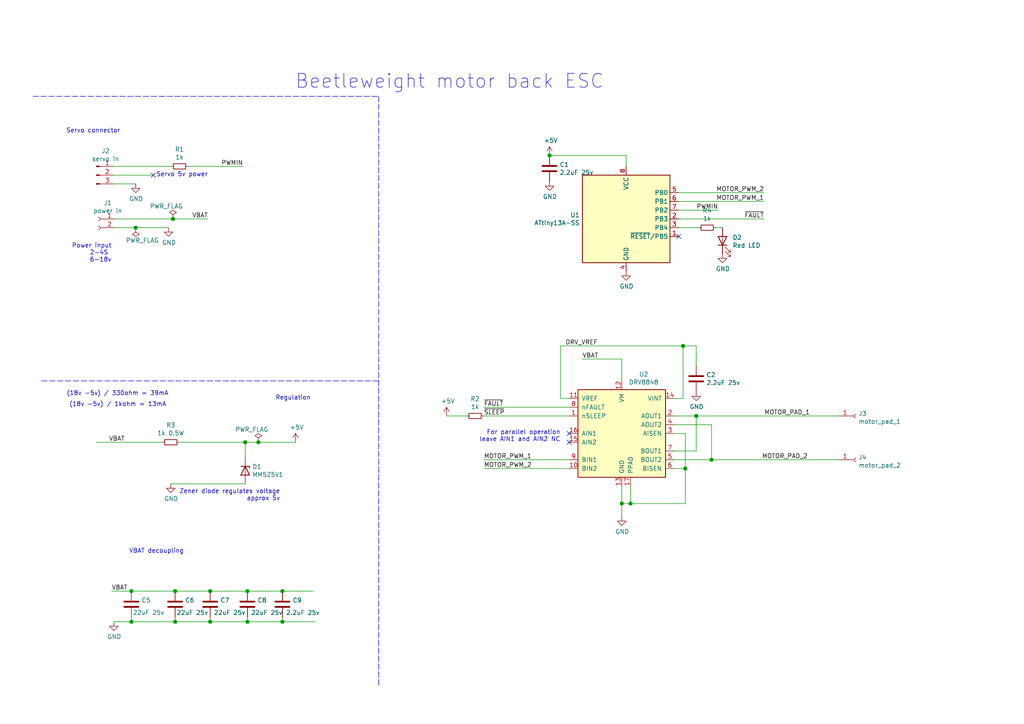
<source format=kicad_sch>
(kicad_sch (version 20201015) (generator eeschema)
  (page 1 1)
  (paper "A4")
  (title_block (title "Beetle Motor Back ESC") (date "2020-05-21"))
  (lib_symbols
    (symbol "Connector:Conn_01x01_Female" (pin_names (offset 1.016) hide)
      (property "Reference" "J" (at 0 2.54 0))
      (property "Value" "Conn_01x01_Female" (at 0 -2.54 0))
      (symbol "Conn_01x01_Female_1_1"
        (arc (start 0 0.508) (end 0 -0.508) (radius (at 0 0) (length 0.508) (angles 90.1 -90.1)) (stroke (width 0.1524)))
        (polyline (pts (xy -1.27 0) (xy -0.508 0)) (stroke (width 0.1524)))
        (pin passive line (at -5.08 0 0) (length 3.81) (name "Pin_1") (number "1"))
      )
    )
    (symbol "Connector:Conn_01x02_Female" (pin_names (offset 1.016) hide)
      (property "Reference" "J" (at 0 2.54 0))
      (property "Value" "Conn_01x02_Female" (at 0 -5.08 0))
      (symbol "Conn_01x02_Female_1_1"
        (arc (start 0 -2.032) (end 0 -3.048) (radius (at 0 -2.54) (length 0.508) (angles 90.1 -90.1)) (stroke (width 0.1524)))
        (arc (start 0 0.508) (end 0 -0.508) (radius (at 0 0) (length 0.508) (angles 90.1 -90.1)) (stroke (width 0.1524)))
        (polyline (pts (xy -1.27 -2.54) (xy -0.508 -2.54)) (stroke (width 0.1524)))
        (polyline (pts (xy -1.27 0) (xy -0.508 0)) (stroke (width 0.1524)))
        (pin passive line (at -5.08 0 0) (length 3.81) (name "Pin_1") (number "1"))
        (pin passive line (at -5.08 -2.54 0) (length 3.81) (name "Pin_2") (number "2"))
      )
    )
    (symbol "Connector:Conn_01x03_Male" (pin_names (offset 1.016) hide)
      (property "Reference" "J" (at 0 5.08 0))
      (property "Value" "Conn_01x03_Male" (at 0 -5.08 0))
      (symbol "Conn_01x03_Male_1_1"
        (rectangle (start 0.8636 -2.413) (end 0 -2.667) (stroke (width 0.1524)) (fill (type outline)))
        (rectangle (start 0.8636 0.127) (end 0 -0.127) (stroke (width 0.1524)) (fill (type outline)))
        (rectangle (start 0.8636 2.667) (end 0 2.413) (stroke (width 0.1524)) (fill (type outline)))
        (polyline (pts (xy 1.27 -2.54) (xy 0.8636 -2.54)) (stroke (width 0.1524)))
        (polyline (pts (xy 1.27 0) (xy 0.8636 0)) (stroke (width 0.1524)))
        (polyline (pts (xy 1.27 2.54) (xy 0.8636 2.54)) (stroke (width 0.1524)))
        (pin passive line (at 5.08 2.54 180) (length 3.81) (name "Pin_1") (number "1"))
        (pin passive line (at 5.08 0 180) (length 3.81) (name "Pin_2") (number "2"))
        (pin passive line (at 5.08 -2.54 180) (length 3.81) (name "Pin_3") (number "3"))
      )
    )
    (symbol "Device:C" (pin_numbers hide) (pin_names (offset 0.254))
      (property "Reference" "C" (at 0.635 2.54 0))
      (property "Value" "C" (at 0.635 -2.54 0))
      (symbol "C_0_1"
        (polyline (pts (xy -2.032 -0.762) (xy 2.032 -0.762)) (stroke (width 0.508)))
        (polyline (pts (xy -2.032 0.762) (xy 2.032 0.762)) (stroke (width 0.508)))
      )
      (symbol "C_1_1"
        (pin passive line (at 0 3.81 270) (length 2.794) (name "~") (number "1"))
        (pin passive line (at 0 -3.81 90) (length 2.794) (name "~") (number "2"))
      )
    )
    (symbol "Device:D_Zener" (pin_numbers hide) (pin_names (offset 1.016) hide)
      (property "Reference" "D" (at 0 2.54 0))
      (property "Value" "D_Zener" (at 0 -2.54 0))
      (symbol "D_Zener_0_1"
        (polyline (pts (xy 1.27 0) (xy -1.27 0)))
        (polyline (pts (xy -1.27 -1.27) (xy -1.27 1.27) (xy -0.762 1.27)) (stroke (width 0.254)))
        (polyline (pts (xy 1.27 -1.27) (xy 1.27 1.27) (xy -1.27 0) (xy 1.27 -1.27)) (stroke (width 0.254)))
      )
      (symbol "D_Zener_1_1"
        (pin passive line (at -3.81 0 0) (length 2.54) (name "K") (number "1"))
        (pin passive line (at 3.81 0 180) (length 2.54) (name "A") (number "2"))
      )
    )
    (symbol "Device:LED" (pin_numbers hide) (pin_names (offset 1.016) hide)
      (property "Reference" "D" (at 0 2.54 0))
      (property "Value" "LED" (at 0 -2.54 0))
      (symbol "LED_0_1"
        (polyline (pts (xy -1.27 -1.27) (xy -1.27 1.27)) (stroke (width 0.254)))
        (polyline (pts (xy -1.27 0) (xy 1.27 0)))
        (polyline (pts (xy 1.27 -1.27) (xy 1.27 1.27) (xy -1.27 0) (xy 1.27 -1.27)) (stroke (width 0.254)))
        (polyline (pts (xy -3.048 -0.762) (xy -4.572 -2.286) (xy -3.81 -2.286) (xy -4.572 -2.286) (xy -4.572 -1.524)))
        (polyline (pts (xy -1.778 -0.762) (xy -3.302 -2.286) (xy -2.54 -2.286) (xy -3.302 -2.286) (xy -3.302 -1.524)))
      )
      (symbol "LED_1_1"
        (pin passive line (at -3.81 0 0) (length 2.54) (name "K") (number "1"))
        (pin passive line (at 3.81 0 180) (length 2.54) (name "A") (number "2"))
      )
    )
    (symbol "Device:R_Small" (pin_numbers hide) (pin_names (offset 0.254) hide)
      (property "Reference" "R" (at 0.762 0.508 0))
      (property "Value" "R_Small" (at 0.762 -1.016 0))
      (symbol "R_Small_0_1"
        (rectangle (start -0.762 1.778) (end 0.762 -1.778) (stroke (width 0.2032)))
      )
      (symbol "R_Small_1_1"
        (pin passive line (at 0 2.54 270) (length 0.762) (name "~") (number "1"))
        (pin passive line (at 0 -2.54 90) (length 0.762) (name "~") (number "2"))
      )
    )
    (symbol "Driver_Motor:DRV8848" (pin_names (offset 1.016))
      (property "Reference" "U" (at -11.43 14.224 0))
      (property "Value" "DRV8848" (at 7.366 14.224 0))
      (symbol "DRV8848_0_1"
        (rectangle (start -12.7 12.7) (end 12.7 -12.7) (stroke (width 0.254)) (fill (type background)))
      )
      (symbol "DRV8848_1_1"
        (pin input line (at -15.24 5.08 0) (length 2.54) (name "nSLEEP") (number "1"))
        (pin input line (at -15.24 -10.16 0) (length 2.54) (name "BIN2") (number "10"))
        (pin input line (at -15.24 10.16 0) (length 2.54) (name "VREF") (number "11"))
        (pin power_in line (at 0 15.24 270) (length 2.54) (name "VM") (number "12"))
        (pin power_in line (at 0 -15.24 90) (length 2.54) (name "GND") (number "13"))
        (pin passive line (at 15.24 10.16 180) (length 2.54) (name "VINT") (number "14"))
        (pin input line (at -15.24 -2.54 0) (length 2.54) (name "AIN2") (number "15"))
        (pin input line (at -15.24 0 0) (length 2.54) (name "AIN1") (number "16"))
        (pin power_in line (at 2.54 -15.24 90) (length 2.54) (name "PPAD") (number "17"))
        (pin output line (at 15.24 5.08 180) (length 2.54) (name "AOUT1") (number "2"))
        (pin passive line (at 15.24 0 180) (length 2.54) (name "AISEN") (number "3"))
        (pin output line (at 15.24 2.54 180) (length 2.54) (name "AOUT2") (number "4"))
        (pin output line (at 15.24 -7.62 180) (length 2.54) (name "BOUT2") (number "5"))
        (pin passive line (at 15.24 -10.16 180) (length 2.54) (name "BISEN") (number "6"))
        (pin output line (at 15.24 -5.08 180) (length 2.54) (name "BOUT1") (number "7"))
        (pin open_collector line (at -15.24 7.62 0) (length 2.54) (name "nFAULT") (number "8"))
        (pin input line (at -15.24 -7.62 0) (length 2.54) (name "BIN1") (number "9"))
      )
    )
    (symbol "MCU_Microchip_ATtiny:ATtiny13A-SS"
      (property "Reference" "U" (at -12.7 13.97 0))
      (property "Value" "ATtiny13A-SS" (at 2.54 -13.97 0))
      (symbol "ATtiny13A-SS_0_1"
        (rectangle (start -12.7 -12.7) (end 12.7 12.7) (stroke (width 0.254)) (fill (type background)))
      )
      (symbol "ATtiny13A-SS_1_1"
        (pin bidirectional line (at 15.24 -5.08 180) (length 2.54) (name "~RESET~/PB5") (number "1"))
        (pin bidirectional line (at 15.24 0 180) (length 2.54) (name "PB3") (number "2"))
        (pin bidirectional line (at 15.24 -2.54 180) (length 2.54) (name "PB4") (number "3"))
        (pin power_in line (at 0 -15.24 90) (length 2.54) (name "GND") (number "4"))
        (pin bidirectional line (at 15.24 7.62 180) (length 2.54) (name "PB0") (number "5"))
        (pin bidirectional line (at 15.24 5.08 180) (length 2.54) (name "PB1") (number "6"))
        (pin bidirectional line (at 15.24 2.54 180) (length 2.54) (name "PB2") (number "7"))
        (pin power_in line (at 0 15.24 270) (length 2.54) (name "VCC") (number "8"))
      )
    )
    (symbol "power:+5V" (power) (pin_names (offset 0))
      (property "Value" "+5V" (at 0 3.556 0))
      (symbol "+5V_0_1"
        (polyline (pts (xy -0.762 1.27) (xy 0 2.54)))
        (polyline (pts (xy 0 0) (xy 0 2.54)))
        (polyline (pts (xy 0 2.54) (xy 0.762 1.27)))
      )
      (symbol "+5V_1_1"
        (pin power_in line (at 0 0 90) (length 0) hide (name "+5V") (number "1"))
      )
    )
    (symbol "power:GND" (power) (pin_names (offset 0))
      (property "Value" "GND" (at 0 -3.81 0))
      (symbol "GND_0_1"
        (polyline (pts (xy 0 0) (xy 0 -1.27) (xy 1.27 -1.27) (xy 0 -2.54) (xy -1.27 -1.27) (xy 0 -1.27)))
      )
      (symbol "GND_1_1"
        (pin power_in line (at 0 0 270) (length 0) hide (name "GND") (number "1"))
      )
    )
    (symbol "power:PWR_FLAG" (power) (pin_numbers hide) (pin_names (offset 0) hide)
      (property "Value" "PWR_FLAG" (at 0 3.81 0))
      (symbol "PWR_FLAG_0_1"
        (polyline (pts (xy 0 0) (xy 0 1.27) (xy -1.016 1.905) (xy 0 2.54) (xy 1.016 1.905) (xy 0 1.27)))
      )
      (symbol "PWR_FLAG_0_0"
        (pin power_out line (at 0 0 90) (length 0) (name "pwr") (number "1"))
      )
    )
  )
  (junction (at 38.1 171.45) (diameter 1.016))
  (junction (at 38.1 180.34) (diameter 1.016))
  (junction (at 39.37 66.04) (diameter 1.016))
  (junction (at 50.165 63.5) (diameter 1.016))
  (junction (at 50.8 171.45) (diameter 1.016))
  (junction (at 50.8 180.34) (diameter 1.016))
  (junction (at 60.96 171.45) (diameter 1.016))
  (junction (at 60.96 180.34) (diameter 1.016))
  (junction (at 71.12 128.27) (diameter 1.016))
  (junction (at 71.755 171.45) (diameter 1.016))
  (junction (at 71.755 180.34) (diameter 1.016))
  (junction (at 74.93 128.27) (diameter 1.016))
  (junction (at 81.915 171.45) (diameter 1.016))
  (junction (at 81.915 180.34) (diameter 1.016))
  (junction (at 159.385 45.085) (diameter 1.016))
  (junction (at 180.34 146.05) (diameter 1.016))
  (junction (at 182.88 146.05) (diameter 1.016))
  (junction (at 198.12 100.33) (diameter 1.016))
  (junction (at 198.755 135.89) (diameter 1.016))
  (junction (at 201.93 120.65) (diameter 1.016))
  (junction (at 206.375 133.35) (diameter 1.016))
  (no_connect (at 165.1 128.27))
  (no_connect (at 165.1 125.73))
  (no_connect (at 44.45 50.8))
  (no_connect (at 196.85 68.58))
  (wire (pts (xy 27.94 128.27) (xy 46.99 128.27)))
  (wire (pts (xy 32.385 171.45) (xy 38.1 171.45)))
  (wire (pts (xy 33.02 48.26) (xy 49.53 48.26)))
  (wire (pts (xy 33.02 50.8) (xy 44.45 50.8)))
  (wire (pts (xy 33.02 53.34) (xy 39.37 53.34)))
  (wire (pts (xy 33.02 180.34) (xy 38.1 180.34)))
  (wire (pts (xy 33.655 63.5) (xy 50.165 63.5)))
  (wire (pts (xy 33.655 66.04) (xy 39.37 66.04)))
  (wire (pts (xy 38.1 171.45) (xy 50.8 171.45)))
  (wire (pts (xy 38.1 179.07) (xy 38.1 180.34)))
  (wire (pts (xy 38.1 180.34) (xy 50.8 180.34)))
  (wire (pts (xy 39.37 66.04) (xy 48.895 66.04)))
  (wire (pts (xy 49.53 140.335) (xy 71.12 140.335)))
  (wire (pts (xy 50.165 63.5) (xy 60.325 63.5)))
  (wire (pts (xy 50.8 171.45) (xy 60.96 171.45)))
  (wire (pts (xy 50.8 179.07) (xy 50.8 180.34)))
  (wire (pts (xy 50.8 180.34) (xy 60.96 180.34)))
  (wire (pts (xy 52.07 128.27) (xy 71.12 128.27)))
  (wire (pts (xy 54.61 48.26) (xy 70.485 48.26)))
  (wire (pts (xy 60.96 171.45) (xy 71.755 171.45)))
  (wire (pts (xy 60.96 179.07) (xy 60.96 180.34)))
  (wire (pts (xy 60.96 180.34) (xy 71.755 180.34)))
  (wire (pts (xy 71.12 128.27) (xy 71.12 132.715)))
  (wire (pts (xy 71.12 128.27) (xy 74.93 128.27)))
  (wire (pts (xy 71.755 171.45) (xy 81.915 171.45)))
  (wire (pts (xy 71.755 179.07) (xy 71.755 180.34)))
  (wire (pts (xy 71.755 180.34) (xy 81.915 180.34)))
  (wire (pts (xy 74.93 128.27) (xy 85.725 128.27)))
  (wire (pts (xy 81.915 171.45) (xy 90.805 171.45)))
  (wire (pts (xy 81.915 179.07) (xy 81.915 180.34)))
  (wire (pts (xy 81.915 180.34) (xy 91.44 180.34)))
  (wire (pts (xy 129.54 120.65) (xy 135.255 120.65)))
  (wire (pts (xy 159.385 45.085) (xy 181.61 45.085)))
  (wire (pts (xy 162.56 100.33) (xy 198.12 100.33)))
  (wire (pts (xy 162.56 115.57) (xy 162.56 100.33)))
  (wire (pts (xy 165.1 115.57) (xy 162.56 115.57)))
  (wire (pts (xy 165.1 118.11) (xy 140.335 118.11)))
  (wire (pts (xy 165.1 120.65) (xy 140.335 120.65)))
  (wire (pts (xy 165.1 133.35) (xy 140.335 133.35)))
  (wire (pts (xy 165.1 135.89) (xy 140.335 135.89)))
  (wire (pts (xy 168.91 104.14) (xy 180.34 104.14)))
  (wire (pts (xy 180.34 110.49) (xy 180.34 104.14)))
  (wire (pts (xy 180.34 140.97) (xy 180.34 146.05)))
  (wire (pts (xy 180.34 146.05) (xy 180.34 149.86)))
  (wire (pts (xy 180.34 146.05) (xy 182.88 146.05)))
  (wire (pts (xy 181.61 45.085) (xy 181.61 48.26)))
  (wire (pts (xy 182.88 140.97) (xy 182.88 146.05)))
  (wire (pts (xy 195.58 115.57) (xy 198.12 115.57)))
  (wire (pts (xy 195.58 120.65) (xy 201.93 120.65)))
  (wire (pts (xy 195.58 123.19) (xy 206.375 123.19)))
  (wire (pts (xy 195.58 125.73) (xy 198.755 125.73)))
  (wire (pts (xy 195.58 130.81) (xy 201.93 130.81)))
  (wire (pts (xy 195.58 133.35) (xy 206.375 133.35)))
  (wire (pts (xy 195.58 135.89) (xy 198.755 135.89)))
  (wire (pts (xy 196.85 55.88) (xy 221.615 55.88)))
  (wire (pts (xy 196.85 58.42) (xy 221.615 58.42)))
  (wire (pts (xy 196.85 60.96) (xy 208.28 60.96)))
  (wire (pts (xy 196.85 63.5) (xy 221.615 63.5)))
  (wire (pts (xy 196.85 66.04) (xy 202.565 66.04)))
  (wire (pts (xy 198.12 100.33) (xy 198.12 115.57)))
  (wire (pts (xy 198.12 100.33) (xy 201.93 100.33)))
  (wire (pts (xy 198.755 125.73) (xy 198.755 135.89)))
  (wire (pts (xy 198.755 135.89) (xy 198.755 146.05)))
  (wire (pts (xy 198.755 146.05) (xy 182.88 146.05)))
  (wire (pts (xy 201.93 100.33) (xy 201.93 106.045)))
  (wire (pts (xy 201.93 120.65) (xy 201.93 130.81)))
  (wire (pts (xy 201.93 120.65) (xy 243.205 120.65)))
  (wire (pts (xy 206.375 123.19) (xy 206.375 133.35)))
  (wire (pts (xy 206.375 133.35) (xy 243.205 133.35)))
  (wire (pts (xy 207.645 66.04) (xy 209.55 66.04)))
  (polyline (pts (xy 9.525 27.94) (xy 109.855 27.94)) (stroke (width 0) (type dash)))
  (polyline (pts (xy 12.065 110.49) (xy 109.855 110.49)) (stroke (width 0) (type dash)))
  (polyline (pts (xy 109.855 27.94) (xy 109.855 198.755)) (stroke (width 0) (type dash)))
  (polyline (pts (xy 109.855 198.755) (xy 109.855 110.49)) (stroke (width 0) (type dash)))
  (text "Power input\n2-4S \n6-18v" (at 32.385 76.2 180) (effects (font (size 1.27 1.27)) (justify right bottom)))
  (text "Servo connector" (at 34.925 38.735 180) (effects (font (size 1.27 1.27)) (justify right bottom)))
  (text "(18v -5v) / 1kohm = 13mA" (at 48.26 118.11 180) (effects (font (size 1.27 1.27)) (justify right bottom)))
  (text "(18v -5v) / 330ohm = 39mA" (at 48.895 114.935 180) (effects (font (size 1.27 1.27)) (justify right bottom)))
  (text "VBAT decoupling\n" (at 53.34 160.655 180) (effects (font (size 1.27 1.27)) (justify right bottom)))
  (text "Servo 5v power" (at 60.325 51.435 180) (effects (font (size 1.27 1.27)) (justify right bottom)))
  (text "Zener diode regulates voltage\napprox 5v" (at 81.28 145.415 180) (effects (font (size 1.27 1.27)) (justify right bottom)))
  (text "Regulation" (at 90.17 116.205 180) (effects (font (size 1.27 1.27)) (justify right bottom)))
  (text "For parallel operation\nleave AIN1 and AIN2 NC" (at 162.56 128.27 180) (effects (font (size 1.27 1.27)) (justify right bottom)))
  (text "Beetleweight motor back ESC" (at 175.26 26.035 180) (effects (font (size 4 4)) (justify right bottom)))
  (label "VBAT" (at 32.385 171.45 0))
  (label "VBAT" (at 36.195 128.27 180))
  (label "VBAT" (at 60.325 63.5 180))
  (label "PWMIN" (at 70.485 48.26 180))
  (label "~FAULT" (at 140.335 118.11 0))
  (label "~SLEEP" (at 140.335 120.65 0))
  (label "MOTOR_PWM_1" (at 140.335 133.35 0))
  (label "MOTOR_PWM_2" (at 140.335 135.89 0))
  (label "VBAT" (at 168.91 104.14 0))
  (label "DRV_VREF" (at 173.355 100.33 180))
  (label "PWMIN" (at 208.28 60.96 180))
  (label "MOTOR_PWM_2" (at 221.615 55.88 180))
  (label "MOTOR_PWM_1" (at 221.615 58.42 180))
  (label "~FAULT" (at 221.615 63.5 180))
  (label "MOTOR_PAD_2" (at 234.315 133.35 180))
  (label "MOTOR_PAD_1" (at 234.95 120.65 180))
  (symbol (lib_id "power:PWR_FLAG") (at 39.37 66.04 180) (unit 1)
    (property "Reference" "#FLG01" (effects hide))
    (property "Value" "PWR_FLAG" (at 41.275 69.7294 0))
  )
  (symbol (lib_id "power:PWR_FLAG") (at 50.165 63.5 0) (unit 1)
    (property "Reference" "#FLG0101" (effects hide))
    (property "Value" "PWR_FLAG" (at 48.26 59.8106 0))
  )
  (symbol (lib_id "power:PWR_FLAG") (at 74.93 128.27 0) (unit 1)
    (property "Reference" "#FLG0102" (effects hide))
    (property "Value" "PWR_FLAG" (at 73.025 124.5806 0))
  )
  (symbol (lib_id "power:+5V") (at 85.725 128.27 0) (unit 1)
    (property "Reference" "#PWR0101" (effects hide))
    (property "Value" "+5V" (at 86.0933 123.9456 0))
  )
  (symbol (lib_id "power:+5V") (at 129.54 120.65 0) (unit 1)
    (property "Reference" "#PWR07" (effects hide))
    (property "Value" "+5V" (at 129.9083 116.3256 0))
  )
  (symbol (lib_id "power:+5V") (at 159.385 45.085 0) (unit 1)
    (property "Reference" "#PWR01" (effects hide))
    (property "Value" "+5V" (at 159.7533 40.7606 0))
  )
  (symbol (lib_id "power:GND") (at 33.02 180.34 0) (unit 1)
    (property "Reference" "#PWR011" (effects hide))
    (property "Value" "GND" (at 33.1343 184.6644 0))
  )
  (symbol (lib_id "power:GND") (at 39.37 53.34 0) (unit 1)
    (property "Reference" "#PWR03" (effects hide))
    (property "Value" "GND" (at 39.4843 57.6644 0))
  )
  (symbol (lib_id "power:GND") (at 48.895 66.04 0) (unit 1)
    (property "Reference" "#PWR04" (effects hide))
    (property "Value" "GND" (at 49.0093 70.3644 0))
  )
  (symbol (lib_id "power:GND") (at 49.53 140.335 0) (unit 1)
    (property "Reference" "#PWR09" (effects hide))
    (property "Value" "GND" (at 49.6443 144.6594 0))
  )
  (symbol (lib_id "power:GND") (at 159.385 52.705 0) (unit 1)
    (property "Reference" "#PWR02" (effects hide))
    (property "Value" "GND" (at 159.4993 57.0294 0))
  )
  (symbol (lib_id "power:GND") (at 180.34 149.86 0) (unit 1)
    (property "Reference" "#PWR010" (effects hide))
    (property "Value" "GND" (at 180.4543 154.1844 0))
  )
  (symbol (lib_id "power:GND") (at 181.61 78.74 0) (unit 1)
    (property "Reference" "#PWR05" (effects hide))
    (property "Value" "GND" (at 181.7243 83.0644 0))
  )
  (symbol (lib_id "power:GND") (at 201.93 113.665 0) (unit 1)
    (property "Reference" "#PWR06" (effects hide))
    (property "Value" "GND" (at 202.0443 117.9894 0))
  )
  (symbol (lib_id "power:GND") (at 209.55 73.66 0) (unit 1)
    (property "Reference" "#PWR08" (effects hide))
    (property "Value" "GND" (at 209.6643 77.9844 0))
  )
  (symbol (lib_id "Device:R_Small") (at 49.53 128.27 90) (unit 1)
    (property "Reference" "R3" (at 49.53 123.3232 90))
    (property "Value" "1k 0.5W" (at 49.53 125.622 90))
    (property "Footprint" "Capacitor_SMD:C_0805_2012Metric" (effects hide))
  )
  (symbol (lib_id "Device:R_Small") (at 52.07 48.26 90) (unit 1)
    (property "Reference" "R1" (at 52.07 43.3132 90))
    (property "Value" "1k" (at 52.07 45.6119 90))
    (property "Footprint" "Resistor_SMD:R_0603_1608Metric" (effects hide))
  )
  (symbol (lib_id "Device:R_Small") (at 137.795 120.65 90) (unit 1)
    (property "Reference" "R2" (at 137.795 115.7032 90))
    (property "Value" "1k" (at 137.795 118.0019 90))
    (property "Footprint" "Resistor_SMD:R_0603_1608Metric" (effects hide))
  )
  (symbol (lib_id "Device:R_Small") (at 205.105 66.04 90) (unit 1)
    (property "Reference" "R4" (at 205.105 61.0932 90))
    (property "Value" "1k" (at 205.105 63.3919 90))
    (property "Footprint" "Resistor_SMD:R_0603_1608Metric" (effects hide))
  )
  (symbol (lib_id "Connector:Conn_01x01_Female") (at 248.285 120.65 0) (unit 1)
    (property "Reference" "J3" (at 248.9963 119.9578 0) (effects (justify left)))
    (property "Value" "motor_pad_1" (at 248.996 122.256 0) (effects (justify left)))
    (property "Footprint" "Connector_Pin:Pin_D1.3mm_L11.0mm" (effects hide))
  )
  (symbol (lib_id "Connector:Conn_01x01_Female") (at 248.285 133.35 0) (unit 1)
    (property "Reference" "J4" (at 248.9963 132.6578 0) (effects (justify left)))
    (property "Value" "motor_pad_2" (at 248.996 134.956 0) (effects (justify left)))
    (property "Footprint" "Connector_Pin:Pin_D1.3mm_L11.0mm" (effects hide))
  )
  (symbol (lib_id "Device:D_Zener") (at 71.12 136.525 270) (unit 1)
    (property "Reference" "D1" (at 73.1521 135.3756 90) (effects (justify left)))
    (property "Value" "MM5Z5V1" (at 73.152 137.674 90) (effects (justify left)))
    (property "Footprint" "Diode_SMD:D_SOD-523" (effects hide))
    (property "LCSC" "C55848" (effects hide))
  )
  (symbol (lib_id "Connector:Conn_01x02_Female") (at 28.575 63.5 0) (mirror y) (unit 1)
    (property "Reference" "J1" (at 31.2674 58.8326 0))
    (property "Value" "power in" (at 31.267 61.131 0))
    (property "Footprint" "Connector_JST:JST_XA_B02B-XASK-1-A_1x02_P2.50mm_Vertical" (effects hide))
  )
  (symbol (lib_id "Device:LED") (at 209.55 69.85 90) (unit 1)
    (property "Reference" "D2" (at 212.4711 68.8911 90) (effects (justify right)))
    (property "Value" "Red LED" (at 212.471 71.19 90) (effects (justify right)))
    (property "Footprint" "LED_SMD:LED_0603_1608Metric" (effects hide))
  )
  (symbol (lib_id "Device:C") (at 38.1 175.26 0) (unit 1)
    (property "Reference" "C5" (at 41.0211 174.1106 0) (effects (justify left)))
    (property "Value" "22uF 25v" (at 38.481 177.679 0) (effects (justify left)))
    (property "Footprint" "Capacitor_SMD:C_1206_3216Metric" (effects hide))
    (property "LCSC" " C5672" (effects hide))
  )
  (symbol (lib_id "Device:C") (at 50.8 175.26 0) (unit 1)
    (property "Reference" "C6" (at 53.7211 174.1106 0) (effects (justify left)))
    (property "Value" "22uF 25v" (at 51.181 177.679 0) (effects (justify left)))
    (property "Footprint" "Capacitor_SMD:C_1206_3216Metric" (effects hide))
    (property "LCSC" " C5672" (effects hide))
  )
  (symbol (lib_id "Device:C") (at 60.96 175.26 0) (unit 1)
    (property "Reference" "C7" (at 63.8811 174.1106 0) (effects (justify left)))
    (property "Value" "22uF 25v" (at 61.976 177.679 0) (effects (justify left)))
    (property "Footprint" "Capacitor_SMD:C_1206_3216Metric" (effects hide))
    (property "LCSC" " C5672" (effects hide))
  )
  (symbol (lib_id "Device:C") (at 71.755 175.26 0) (unit 1)
    (property "Reference" "C8" (at 74.6761 174.1106 0) (effects (justify left)))
    (property "Value" "22uF 25v" (at 72.771 177.679 0) (effects (justify left)))
    (property "Footprint" "Capacitor_SMD:C_1206_3216Metric" (effects hide))
    (property "LCSC" " C5672" (effects hide))
  )
  (symbol (lib_id "Device:C") (at 81.915 175.26 0) (unit 1)
    (property "Reference" "C9" (at 84.8361 174.1106 0) (effects (justify left)))
    (property "Value" "2.2uF 25v" (at 82.931 177.679 0) (effects (justify left)))
    (property "Footprint" "Capacitor_SMD:C_0603_1608Metric" (effects hide))
    (property "LCSC" " C57895" (effects hide))
  )
  (symbol (lib_id "Device:C") (at 159.385 48.895 0) (unit 1)
    (property "Reference" "C1" (at 162.3061 47.7456 0) (effects (justify left)))
    (property "Value" "2.2uF 25v" (at 162.306 50.044 0) (effects (justify left)))
    (property "Footprint" "Capacitor_SMD:C_0603_1608Metric" (effects hide))
    (property "LCSC" " C57895" (effects hide))
  )
  (symbol (lib_id "Device:C") (at 201.93 109.855 0) (unit 1)
    (property "Reference" "C2" (at 204.8511 108.7056 0) (effects (justify left)))
    (property "Value" "2.2uF 25v" (at 204.851 111.004 0) (effects (justify left)))
    (property "Footprint" "Capacitor_SMD:C_0603_1608Metric" (effects hide))
    (property "LCSC" " C57895" (effects hide))
  )
  (symbol (lib_id "Connector:Conn_01x03_Male") (at 27.94 50.8 0) (unit 1)
    (property "Reference" "J2" (at 30.6324 43.7958 0))
    (property "Value" "servo in" (at 30.632 46.095 0))
    (property "Footprint" "Connector_PinHeader_2.54mm:PinHeader_1x03_P2.54mm_Vertical" (effects hide))
  )
  (symbol (lib_id "MCU_Microchip_ATtiny:ATtiny13A-SS") (at 181.61 63.5 0) (unit 1)
    (property "Reference" "U1" (at 168.1479 62.3506 0) (effects (justify right)))
    (property "Value" "ATtiny13A-SS" (at 168.1479 64.6493 0) (effects (justify right)))
    (property "Footprint" "Package_SO:SOIC-8_3.9x4.9mm_P1.27mm" (effects hide))
    (property "Datasheet" "http://ww1.microchip.com/downloads/en/DeviceDoc/doc8126.pdf" (effects hide))
  )
  (symbol (lib_id "Driver_Motor:DRV8848") (at 180.34 125.73 0) (unit 1)
    (property "Reference" "U2" (at 186.69 108.5658 0))
    (property "Value" "DRV8848" (at 186.69 110.8645 0))
    (property "Footprint" "Package_SO:TSSOP-16-1EP_4.4x5mm_P0.65mm" (effects hide))
    (property "Datasheet" "http://www.ti.com/lit/ds/symlink/drv8848.pdf" (effects hide))
  )
)
</source>
